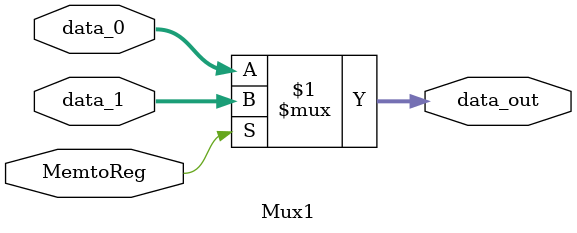
<source format=v>
module Mux1(data_out, data_0, data_1, MemtoReg);

input 	[31:0] data_0;
input 	[31:0] data_1;
input	MemtoReg;

output	[31:0] data_out;

assign  	data_out = (MemtoReg)?	data_1 : data_0;

endmodule
</source>
